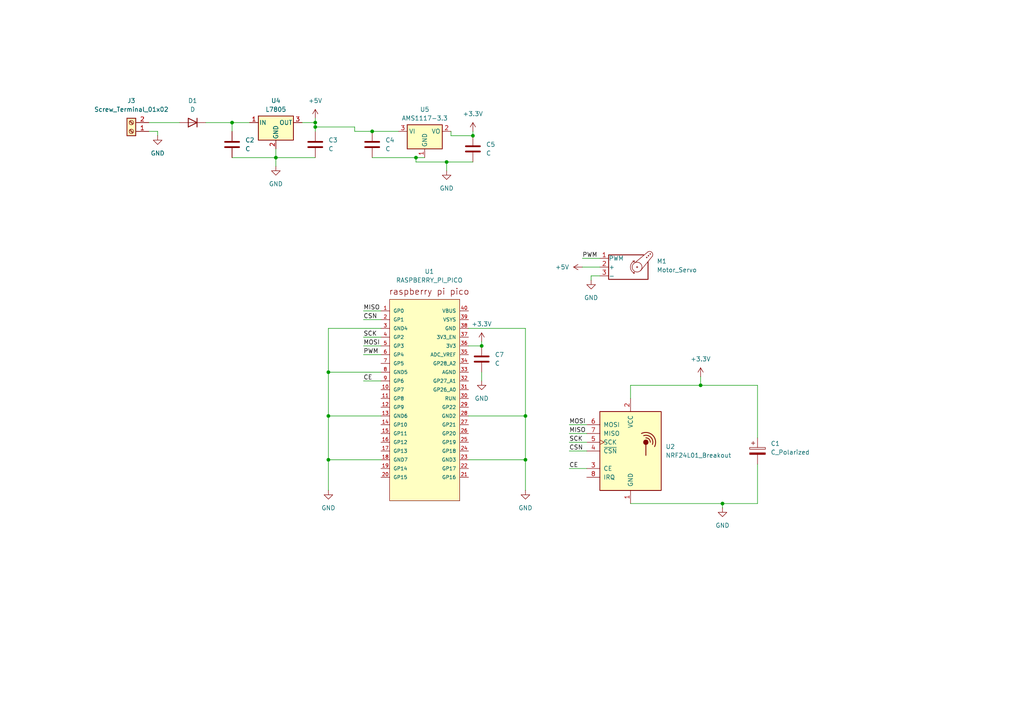
<source format=kicad_sch>
(kicad_sch (version 20231120) (generator "eeschema") (generator_version "8.0")
  (paper "A4")
  (lib_symbols
    (symbol "Connector:Screw_Terminal_01x02" (pin_names (offset 1.016) hide)
      (property "Reference" "J" (at 0 2.54 0))
      (property "Value" "Screw_Terminal_01x02" (at 0 -5.08 0))
      (symbol "Screw_Terminal_01x02_1_1"
        (rectangle (start -1.27 1.27) (end 1.27 -3.81) (stroke (width 0.254)) (fill (type background)))
        (circle (center 0 -2.54) (radius 0.635) (stroke (width 0.1524)))
        (polyline (pts (xy -0.5334 -2.2098) (xy 0.3302 -3.048)) (stroke (width 0.1524)))
        (polyline (pts (xy -0.5334 0.3302) (xy 0.3302 -0.508)) (stroke (width 0.1524)))
        (polyline (pts (xy -0.3556 -2.032) (xy 0.508 -2.8702)) (stroke (width 0.1524)))
        (polyline (pts (xy -0.3556 0.508) (xy 0.508 -0.3302)) (stroke (width 0.1524)))
        (circle (center 0 0) (radius 0.635) (stroke (width 0.1524)))
        (pin passive line (at -5.08 0 0) (length 3.81) (name "Pin_1") (number "1"))
        (pin passive line (at -5.08 -2.54 0) (length 3.81) (name "Pin_2") (number "2"))
      )
    )
    (symbol "Device:C" (pin_numbers hide) (pin_names (offset 0.254))
      (property "Reference" "C" (at 0.635 2.54 0))
      (property "Value" "C" (at 0.635 -2.54 0))
      (symbol "C_0_1"
        (polyline (pts (xy -2.032 -0.762) (xy 2.032 -0.762)) (stroke (width 0.508)))
        (polyline (pts (xy -2.032 0.762) (xy 2.032 0.762)) (stroke (width 0.508)))
      )
      (symbol "C_1_1"
        (pin passive line (at 0 3.81 270) (length 2.794) (name "~") (number "1"))
        (pin passive line (at 0 -3.81 90) (length 2.794) (name "~") (number "2"))
      )
    )
    (symbol "Device:C_Polarized" (pin_numbers hide) (pin_names (offset 0.254))
      (property "Reference" "C" (at 0.635 2.54 0))
      (property "Value" "C_Polarized" (at 0.635 -2.54 0))
      (symbol "C_Polarized_0_1"
        (rectangle (start -2.286 0.508) (end 2.286 1.016))
        (polyline (pts (xy -1.778 2.286) (xy -0.762 2.286)))
        (polyline (pts (xy -1.27 2.794) (xy -1.27 1.778)))
        (rectangle (start 2.286 -0.508) (end -2.286 -1.016) (fill (type outline)))
      )
      (symbol "C_Polarized_1_1"
        (pin passive line (at 0 3.81 270) (length 2.794) (name "~") (number "1"))
        (pin passive line (at 0 -3.81 90) (length 2.794) (name "~") (number "2"))
      )
    )
    (symbol "Device:D" (pin_numbers hide) (pin_names (offset 1.016) hide)
      (property "Reference" "D" (at 0 2.54 0))
      (property "Value" "D" (at 0 -2.54 0))
      (symbol "D_0_1"
        (polyline (pts (xy -1.27 1.27) (xy -1.27 -1.27)) (stroke (width 0.254)))
        (polyline (pts (xy 1.27 0) (xy -1.27 0)))
        (polyline (pts (xy 1.27 1.27) (xy 1.27 -1.27) (xy -1.27 0) (xy 1.27 1.27)) (stroke (width 0.254)))
      )
      (symbol "D_1_1"
        (pin passive line (at -3.81 0 0) (length 2.54) (name "K") (number "1"))
        (pin passive line (at 3.81 0 180) (length 2.54) (name "A") (number "2"))
      )
    )
    (symbol "Motor:Motor_Servo" (pin_names (offset 0.0254))
      (property "Reference" "M" (at -5.08 4.445 0))
      (property "Value" "Motor_Servo" (at -5.08 -4.064 0))
      (symbol "Motor_Servo_0_1"
        (polyline (pts (xy 2.413 -1.778) (xy 2.032 -1.778)))
        (polyline (pts (xy 2.413 -1.778) (xy 2.286 -1.397)))
        (polyline (pts (xy 2.413 1.778) (xy 1.905 1.778)))
        (polyline (pts (xy 2.413 1.778) (xy 2.286 1.397)))
        (polyline (pts (xy 6.35 4.445) (xy 2.54 1.27)))
        (polyline (pts (xy 7.62 3.175) (xy 4.191 -1.016)))
        (polyline (pts (xy 5.08 3.556) (xy -5.08 3.556) (xy -5.08 -3.556) (xy 6.35 -3.556) (xy 6.35 1.524)) (stroke (width 0.254)))
        (arc (start 2.413 1.778) (mid 1.2406 0) (end 2.413 -1.778))
        (circle (center 3.175 0) (radius 0.1778))
        (circle (center 3.175 0) (radius 1.4224))
        (circle (center 5.969 2.794) (radius 0.127))
        (circle (center 6.477 3.302) (radius 0.127))
        (circle (center 6.985 3.81) (radius 0.127))
        (arc (start 7.62 3.175) (mid 7.4485 4.2735) (end 6.35 4.445))
      )
      (symbol "Motor_Servo_1_1"
        (pin passive line (at -7.62 2.54 0) (length 2.54) (name "PWM") (number "1"))
        (pin passive line (at -7.62 0 0) (length 2.54) (name "+") (number "2"))
        (pin passive line (at -7.62 -2.54 0) (length 2.54) (name "-") (number "3"))
      )
    )
    (symbol "RF:NRF24L01_Breakout" (pin_names (offset 1.016))
      (property "Reference" "U" (at -8.89 12.7 0))
      (property "Value" "NRF24L01_Breakout" (at 3.81 12.7 0))
      (symbol "NRF24L01_Breakout_0_1"
        (rectangle (start -8.89 11.43) (end 8.89 -11.43) (stroke (width 0.254)) (fill (type background)))
        (polyline (pts (xy 4.445 1.905) (xy 4.445 -1.27)) (stroke (width 0.254)))
        (circle (center 4.445 2.54) (radius 0.635) (stroke (width 0.254)) (fill (type outline)))
        (arc (start 5.715 2.54) (mid 5.3521 3.4546) (end 4.445 3.81) (stroke (width 0.254)))
        (arc (start 6.35 1.905) (mid 5.8763 3.9854) (end 3.81 4.445) (stroke (width 0.254)))
        (arc (start 6.985 1.27) (mid 6.453 4.548) (end 3.175 5.08) (stroke (width 0.254)))
      )
      (symbol "NRF24L01_Breakout_1_1"
        (pin power_in line (at 0 -15.24 90) (length 3.81) (name "GND") (number "1"))
        (pin power_in line (at 0 15.24 270) (length 3.81) (name "VCC") (number "2"))
        (pin input line (at -12.7 -5.08 0) (length 3.81) (name "CE") (number "3"))
        (pin input line (at -12.7 0 0) (length 3.81) (name "~{CSN}") (number "4"))
        (pin input clock (at -12.7 2.54 0) (length 3.81) (name "SCK") (number "5"))
        (pin input line (at -12.7 7.62 0) (length 3.81) (name "MOSI") (number "6"))
        (pin output line (at -12.7 5.08 0) (length 3.81) (name "MISO") (number "7"))
        (pin output line (at -12.7 -7.62 0) (length 3.81) (name "IRQ") (number "8"))
      )
    )
    (symbol "RaspberryPiPico:RASPBERRY_PI_PICO" (pin_names (offset 1.016))
      (property "Reference" "U" (at 0 0 0))
      (property "Value" "RASPBERRY_PI_PICO" (at 2.794 -32.258 0))
      (symbol "RASPBERRY_PI_PICO_0_0"
        (rectangle (start -7.62 -34.7604) (end 12.7 23.6596) (stroke (width 0.1524)) (fill (type background)))
        (text "raspberry pi pico" (at -7.874 24.892 0) (effects (font (size 1.778 1.778)) (justify left bottom)))
      )
      (symbol "RASPBERRY_PI_PICO_1_0"
        (pin bidirectional line (at -10.16 20.32 0) (length 2.54) (name "GP0") (number "1"))
        (pin bidirectional line (at -10.16 -2.54 0) (length 2.54) (name "GP7") (number "10"))
        (pin bidirectional line (at -10.16 -5.08 0) (length 2.54) (name "GP8") (number "11"))
        (pin bidirectional line (at -10.16 -7.62 0) (length 2.54) (name "GP9") (number "12"))
        (pin bidirectional line (at -10.16 -10.16 0) (length 2.54) (name "GND6") (number "13"))
        (pin bidirectional line (at -10.16 -12.7 0) (length 2.54) (name "GP10") (number "14"))
        (pin bidirectional line (at -10.16 -15.24 0) (length 2.54) (name "GP11") (number "15"))
        (pin bidirectional line (at -10.16 -17.78 0) (length 2.54) (name "GP12") (number "16"))
        (pin bidirectional line (at -10.16 -20.32 0) (length 2.54) (name "GP13") (number "17"))
        (pin bidirectional line (at -10.16 -22.86 0) (length 2.54) (name "GND7") (number "18"))
        (pin bidirectional line (at -10.16 -25.4 0) (length 2.54) (name "GP14") (number "19"))
        (pin bidirectional line (at -10.16 17.78 0) (length 2.54) (name "GP1") (number "2"))
        (pin bidirectional line (at -10.16 -27.94 0) (length 2.54) (name "GP15") (number "20"))
        (pin bidirectional line (at 15.24 -27.94 180) (length 2.54) (name "GP16") (number "21"))
        (pin bidirectional line (at 15.24 -25.4 180) (length 2.54) (name "GP17") (number "22"))
        (pin bidirectional line (at 15.24 -22.86 180) (length 2.54) (name "GND3") (number "23"))
        (pin bidirectional line (at 15.24 -20.32 180) (length 2.54) (name "GP18") (number "24"))
        (pin bidirectional line (at 15.24 -17.78 180) (length 2.54) (name "GP19") (number "25"))
        (pin bidirectional line (at 15.24 -15.24 180) (length 2.54) (name "GP20") (number "26"))
        (pin bidirectional line (at 15.24 -12.7 180) (length 2.54) (name "GP21") (number "27"))
        (pin bidirectional line (at 15.24 -10.16 180) (length 2.54) (name "GND2") (number "28"))
        (pin bidirectional line (at 15.24 -7.62 180) (length 2.54) (name "GP22") (number "29"))
        (pin bidirectional line (at -10.16 15.24 0) (length 2.54) (name "GND4") (number "3"))
        (pin bidirectional line (at 15.24 -5.08 180) (length 2.54) (name "RUN") (number "30"))
        (pin bidirectional line (at 15.24 -2.54 180) (length 2.54) (name "GP26_A0") (number "31"))
        (pin bidirectional line (at 15.24 0 180) (length 2.54) (name "GP27_A1") (number "32"))
        (pin bidirectional line (at 15.24 2.54 180) (length 2.54) (name "AGND") (number "33"))
        (pin bidirectional line (at 15.24 5.08 180) (length 2.54) (name "GP28_A2") (number "34"))
        (pin bidirectional line (at 15.24 7.62 180) (length 2.54) (name "ADC_VREF") (number "35"))
        (pin bidirectional line (at 15.24 10.16 180) (length 2.54) (name "3V3") (number "36"))
        (pin bidirectional line (at 15.24 12.7 180) (length 2.54) (name "3V3_EN") (number "37"))
        (pin bidirectional line (at 15.24 15.24 180) (length 2.54) (name "GND") (number "38"))
        (pin bidirectional line (at 15.24 17.78 180) (length 2.54) (name "VSYS") (number "39"))
        (pin bidirectional line (at -10.16 12.7 0) (length 2.54) (name "GP2") (number "4"))
        (pin bidirectional line (at 15.24 20.32 180) (length 2.54) (name "VBUS") (number "40"))
        (pin bidirectional line (at -10.16 10.16 0) (length 2.54) (name "GP3") (number "5"))
        (pin bidirectional line (at -10.16 7.62 0) (length 2.54) (name "GP4") (number "6"))
        (pin bidirectional line (at -10.16 5.08 0) (length 2.54) (name "GP5") (number "7"))
        (pin bidirectional line (at -10.16 2.54 0) (length 2.54) (name "GND5") (number "8"))
        (pin bidirectional line (at -10.16 0 0) (length 2.54) (name "GP6") (number "9"))
      )
    )
    (symbol "Regulator_Linear:AMS1117-3.3"
      (property "Reference" "U" (at -3.81 3.175 0))
      (property "Value" "AMS1117-3.3" (at 0 3.175 0))
      (symbol "AMS1117-3.3_0_1"
        (rectangle (start -5.08 -5.08) (end 5.08 1.905) (stroke (width 0.254)) (fill (type background)))
      )
      (symbol "AMS1117-3.3_1_1"
        (pin power_in line (at 0 -7.62 90) (length 2.54) (name "GND") (number "1"))
        (pin power_out line (at 7.62 0 180) (length 2.54) (name "VO") (number "2"))
        (pin power_in line (at -7.62 0 0) (length 2.54) (name "VI") (number "3"))
      )
    )
    (symbol "Regulator_Linear:L7805" (pin_names (offset 0.254))
      (property "Reference" "U" (at -3.81 3.175 0))
      (property "Value" "L7805" (at 0 3.175 0))
      (symbol "L7805_0_1"
        (rectangle (start -5.08 1.905) (end 5.08 -5.08) (stroke (width 0.254)) (fill (type background)))
      )
      (symbol "L7805_1_1"
        (pin power_in line (at -7.62 0 0) (length 2.54) (name "IN") (number "1"))
        (pin power_in line (at 0 -7.62 90) (length 2.54) (name "GND") (number "2"))
        (pin power_out line (at 7.62 0 180) (length 2.54) (name "OUT") (number "3"))
      )
    )
    (symbol "power:+3.3V" (power) (pin_numbers hide) (pin_names (offset 0) hide)
      (property "Value" "+3.3V" (at 0 3.556 0))
      (symbol "+3.3V_0_1"
        (polyline (pts (xy -0.762 1.27) (xy 0 2.54)))
        (polyline (pts (xy 0 0) (xy 0 2.54)))
        (polyline (pts (xy 0 2.54) (xy 0.762 1.27)))
      )
      (symbol "+3.3V_1_1"
        (pin power_in line (at 0 0 90) (length 0) (name "~") (number "1"))
      )
    )
    (symbol "power:+5V" (power) (pin_numbers hide) (pin_names (offset 0) hide)
      (property "Value" "+5V" (at 0 3.556 0))
      (symbol "+5V_0_1"
        (polyline (pts (xy -0.762 1.27) (xy 0 2.54)))
        (polyline (pts (xy 0 0) (xy 0 2.54)))
        (polyline (pts (xy 0 2.54) (xy 0.762 1.27)))
      )
      (symbol "+5V_1_1"
        (pin power_in line (at 0 0 90) (length 0) (name "~") (number "1"))
      )
    )
    (symbol "power:GND" (power) (pin_numbers hide) (pin_names (offset 0) hide)
      (property "Value" "GND" (at 0 -3.81 0))
      (symbol "GND_0_1"
        (polyline (pts (xy 0 0) (xy 0 -1.27) (xy 1.27 -1.27) (xy 0 -2.54) (xy -1.27 -1.27) (xy 0 -1.27)))
      )
      (symbol "GND_1_1"
        (pin power_in line (at 0 0 270) (length 0) (name "~") (number "1"))
      )
    )
  )
  (junction (at 80.01 45.72))
  (junction (at 139.7 100.33))
  (junction (at 209.55 146.05))
  (junction (at 152.4 133.35))
  (junction (at 120.65 45.72))
  (junction (at 91.44 35.56))
  (junction (at 152.4 120.65))
  (junction (at 95.25 107.95))
  (junction (at 67.31 35.56))
  (junction (at 203.2 111.76))
  (junction (at 95.25 120.65))
  (junction (at 95.25 133.35))
  (junction (at 129.54 46.99))
  (junction (at 137.16 39.37))
  (junction (at 107.95 38.1))
  (junction (at 91.44 36.83))
  (wire (pts (xy 67.31 35.56) (xy 72.39 35.56)))
  (wire (pts (xy 107.95 45.72) (xy 120.65 45.72)))
  (wire (pts (xy 105.41 92.71) (xy 110.49 92.71)))
  (wire (pts (xy 171.45 81.28) (xy 171.45 80.01)))
  (wire (pts (xy 219.71 146.05) (xy 219.71 134.62)))
  (wire (pts (xy 95.25 120.65) (xy 110.49 120.65)))
  (wire (pts (xy 95.25 142.24) (xy 95.25 133.35)))
  (wire (pts (xy 95.25 120.65) (xy 95.25 107.95)))
  (wire (pts (xy 137.16 38.1) (xy 137.16 39.37)))
  (wire (pts (xy 80.01 43.18) (xy 80.01 45.72)))
  (wire (pts (xy 130.81 39.37) (xy 130.81 38.1)))
  (wire (pts (xy 135.89 120.65) (xy 152.4 120.65)))
  (wire (pts (xy 95.25 107.95) (xy 110.49 107.95)))
  (wire (pts (xy 95.25 133.35) (xy 110.49 133.35)))
  (wire (pts (xy 165.1 123.19) (xy 170.18 123.19)))
  (wire (pts (xy 203.2 109.22) (xy 203.2 111.76)))
  (wire (pts (xy 67.31 45.72) (xy 80.01 45.72)))
  (wire (pts (xy 152.4 95.25) (xy 135.89 95.25)))
  (wire (pts (xy 139.7 100.33) (xy 135.89 100.33)))
  (wire (pts (xy 137.16 39.37) (xy 130.81 39.37)))
  (wire (pts (xy 209.55 146.05) (xy 219.71 146.05)))
  (wire (pts (xy 45.72 39.37) (xy 45.72 38.1)))
  (wire (pts (xy 139.7 99.06) (xy 139.7 100.33)))
  (wire (pts (xy 91.44 36.83) (xy 91.44 35.56)))
  (wire (pts (xy 165.1 130.81) (xy 170.18 130.81)))
  (wire (pts (xy 139.7 107.95) (xy 139.7 110.49)))
  (wire (pts (xy 120.65 45.72) (xy 123.19 45.72)))
  (wire (pts (xy 152.4 95.25) (xy 152.4 120.65)))
  (wire (pts (xy 67.31 35.56) (xy 67.31 38.1)))
  (wire (pts (xy 129.54 46.99) (xy 120.65 46.99)))
  (wire (pts (xy 135.89 133.35) (xy 152.4 133.35)))
  (wire (pts (xy 165.1 128.27) (xy 170.18 128.27)))
  (wire (pts (xy 59.69 35.56) (xy 67.31 35.56)))
  (wire (pts (xy 129.54 46.99) (xy 129.54 49.53)))
  (wire (pts (xy 105.41 102.87) (xy 110.49 102.87)))
  (wire (pts (xy 80.01 45.72) (xy 91.44 45.72)))
  (wire (pts (xy 203.2 111.76) (xy 182.88 111.76)))
  (wire (pts (xy 102.87 38.1) (xy 107.95 38.1)))
  (wire (pts (xy 182.88 146.05) (xy 209.55 146.05)))
  (wire (pts (xy 165.1 125.73) (xy 170.18 125.73)))
  (wire (pts (xy 168.91 74.93) (xy 173.99 74.93)))
  (wire (pts (xy 91.44 35.56) (xy 87.63 35.56)))
  (wire (pts (xy 105.41 97.79) (xy 110.49 97.79)))
  (wire (pts (xy 80.01 48.26) (xy 80.01 45.72)))
  (wire (pts (xy 105.41 90.17) (xy 110.49 90.17)))
  (wire (pts (xy 91.44 34.29) (xy 91.44 35.56)))
  (wire (pts (xy 91.44 36.83) (xy 102.87 36.83)))
  (wire (pts (xy 105.41 110.49) (xy 110.49 110.49)))
  (wire (pts (xy 137.16 46.99) (xy 129.54 46.99)))
  (wire (pts (xy 95.25 107.95) (xy 95.25 95.25)))
  (wire (pts (xy 219.71 111.76) (xy 203.2 111.76)))
  (wire (pts (xy 43.18 35.56) (xy 52.07 35.56)))
  (wire (pts (xy 168.91 77.47) (xy 173.99 77.47)))
  (wire (pts (xy 45.72 38.1) (xy 43.18 38.1)))
  (wire (pts (xy 171.45 80.01) (xy 173.99 80.01)))
  (wire (pts (xy 105.41 100.33) (xy 110.49 100.33)))
  (wire (pts (xy 182.88 111.76) (xy 182.88 115.57)))
  (wire (pts (xy 95.25 95.25) (xy 110.49 95.25)))
  (wire (pts (xy 152.4 133.35) (xy 152.4 142.24)))
  (wire (pts (xy 95.25 133.35) (xy 95.25 120.65)))
  (wire (pts (xy 107.95 38.1) (xy 115.57 38.1)))
  (wire (pts (xy 152.4 120.65) (xy 152.4 133.35)))
  (wire (pts (xy 120.65 46.99) (xy 120.65 45.72)))
  (wire (pts (xy 165.1 135.89) (xy 170.18 135.89)))
  (wire (pts (xy 209.55 146.05) (xy 209.55 147.32)))
  (wire (pts (xy 102.87 36.83) (xy 102.87 38.1)))
  (wire (pts (xy 91.44 38.1) (xy 91.44 36.83)))
  (wire (pts (xy 219.71 127) (xy 219.71 111.76)))
  (label "PWM" (at 105.41 102.87 0))
  (label "PWM" (at 168.91 74.93 0))
  (label "SCK" (at 105.41 97.79 0))
  (label "MISO" (at 165.1 125.73 0))
  (label "MISO" (at 105.41 90.17 0))
  (label "SCK" (at 165.1 128.27 0))
  (label "CE" (at 105.41 110.49 0))
  (label "MOSI" (at 105.41 100.33 0))
  (label "MOSI" (at 165.1 123.19 0))
  (label "CSN" (at 105.41 92.71 0))
  (label "CSN" (at 165.1 130.81 0))
  (label "CE" (at 165.1 135.89 0))
  (symbol (lib_id "power:GND") (at 45.72 39.37 0) (unit 1)
    (property "Reference" "#PWR3" (effects (hide yes)))
    (property "Value" "GND" (at 45.72 44.45 0))
    (property "Description" "Power symbol creates a global label with name \"GND\" , ground" (effects (hide yes)))
  )
  (symbol (lib_id "Regulator_Linear:AMS1117-3.3") (at 123.19 38.1 0) (unit 1)
    (property "Reference" "U5" (at 123.19 31.75 0))
    (property "Value" "AMS1117-3.3" (at 123.19 34.29 0))
    (property "Footprint" "Package_TO_SOT_SMD:SOT-223-3_TabPin2" (effects (hide yes)))
    (property "Datasheet" "http://www.advanced-monolithic.com/pdf/ds1117.pdf" (effects (hide yes)))
    (property "Description" "1A Low Dropout regulator, positive, 3.3V fixed output, SOT-223" (effects (hide yes)))
  )
  (symbol (lib_id "power:GND") (at 139.7 110.49 0) (unit 1)
    (property "Reference" "#PWR13" (effects (hide yes)))
    (property "Value" "GND" (at 139.7 115.57 0))
    (property "Description" "Power symbol creates a global label with name \"GND\" , ground" (effects (hide yes)))
  )
  (symbol (lib_id "Device:D") (at 55.88 35.56 180) (unit 1)
    (property "Reference" "D1" (at 55.88 29.21 0))
    (property "Value" "D" (at 55.88 31.75 0))
    (property "Footprint" "Diode_SMD:D_SMA_Handsoldering" (effects (hide yes)))
    (property "Description" "Diode" (effects (hide yes)))
    (property "Sim.Device" "D" (effects (hide yes)))
    (property "Sim.Pins" "1=K 2=A" (effects (hide yes)))
  )
  (symbol (lib_id "Motor:Motor_Servo") (at 181.61 77.47 0) (unit 1)
    (property "Reference" "M1" (at 190.5 75.7665 0) (effects (justify left)))
    (property "Value" "Motor_Servo" (at 190.5 78.3065 0) (effects (justify left)))
    (property "Footprint" "Connector_PinHeader_2.54mm:PinHeader_1x03_P2.54mm_Vertical" (effects (hide yes)))
    (property "Datasheet" "http://forums.parallax.com/uploads/attachments/46831/74481.png" (effects (hide yes)))
    (property "Description" "Servo Motor (Futaba, HiTec, JR connector)" (effects (hide yes)))
  )
  (symbol (lib_id "RaspberryPiPico:RASPBERRY_PI_PICO") (at 120.65 110.49 0) (unit 1)
    (property "Reference" "U1" (at 124.5312 78.74 0))
    (property "Value" "RASPBERRY_PI_PICO" (at 124.5312 81.28 0))
    (property "Footprint" "Module:RaspberryPi_Pico_Common_THT" (effects (hide yes)))
    (property "MF" "Raspberry Pi" (effects (hide yes)))
    (property "Package" "None" (effects (hide yes)))
    (property "Price" "None" (effects (hide yes)))
    (property "MP" "RASPBERRY PI PICO" (effects (hide yes)))
    (property "Availability" "Not in stock" (effects (hide yes)))
  )
  (symbol (lib_id "power:+5V") (at 168.91 77.47 90) (unit 1)
    (property "Reference" "#PWR14" (effects (hide yes)))
    (property "Value" "+5V" (at 165.1 77.4699 90) (effects (justify left)))
    (property "Description" "Power symbol creates a global label with name \"+5V\"" (effects (hide yes)))
  )
  (symbol (lib_id "RF:NRF24L01_Breakout") (at 182.88 130.81 0) (unit 1)
    (property "Reference" "U2" (at 193.04 129.5399 0) (effects (justify left)))
    (property "Value" "NRF24L01_Breakout" (at 193.04 132.0799 0) (effects (justify left)))
    (property "Footprint" "RF_Module:nRF24L01_Breakout" (effects (hide yes)))
    (property "Datasheet" "http://www.nordicsemi.com/eng/content/download/2730/34105/file/nRF24L01_Product_Specification_v2_0.pdf" (effects (hide yes)))
    (property "Description" "Ultra low power 2.4GHz RF Transceiver, Carrier PCB" (effects (hide yes)))
  )
  (symbol (lib_id "power:+3.3V") (at 203.2 109.22 0) (unit 1)
    (property "Reference" "#PWR8" (effects (hide yes)))
    (property "Value" "+3.3V" (at 203.2 104.14 0))
    (property "Description" "Power symbol creates a global label with name \"+3.3V\"" (effects (hide yes)))
  )
  (symbol (lib_id "power:+3.3V") (at 139.7 99.06 0) (unit 1)
    (property "Reference" "#PWR9" (effects (hide yes)))
    (property "Value" "+3.3V" (at 139.7 93.98 0))
    (property "Description" "Power symbol creates a global label with name \"+3.3V\"" (effects (hide yes)))
  )
  (symbol (lib_id "Device:C") (at 91.44 41.91 0) (unit 1)
    (property "Reference" "C3" (at 95.25 40.6399 0) (effects (justify left)))
    (property "Value" "C" (at 95.25 43.1799 0) (effects (justify left)))
    (property "Footprint" "Capacitor_SMD:C_1206_3216Metric_Pad1.33x1.80mm_HandSolder" (effects (hide yes)))
    (property "Description" "Unpolarized capacitor" (effects (hide yes)))
  )
  (symbol (lib_id "power:GND") (at 152.4 142.24 0) (unit 1)
    (property "Reference" "#PWR11" (effects (hide yes)))
    (property "Value" "GND" (at 152.4 147.32 0))
    (property "Description" "Power symbol creates a global label with name \"GND\" , ground" (effects (hide yes)))
  )
  (symbol (lib_id "Device:C_Polarized") (at 219.71 130.81 0) (unit 1)
    (property "Reference" "C1" (at 223.52 128.6509 0) (effects (justify left)))
    (property "Value" "C_Polarized" (at 223.52 131.1909 0) (effects (justify left)))
    (property "Footprint" "Capacitor_THT:CP_Radial_D6.3mm_P2.50mm" (effects (hide yes)))
    (property "Description" "Polarized capacitor" (effects (hide yes)))
  )
  (symbol (lib_id "Device:C") (at 67.31 41.91 0) (unit 1)
    (property "Reference" "C2" (at 71.12 40.6399 0) (effects (justify left)))
    (property "Value" "C" (at 71.12 43.1799 0) (effects (justify left)))
    (property "Footprint" "Capacitor_SMD:C_1206_3216Metric_Pad1.33x1.80mm_HandSolder" (effects (hide yes)))
    (property "Description" "Unpolarized capacitor" (effects (hide yes)))
  )
  (symbol (lib_id "Regulator_Linear:L7805") (at 80.01 35.56 0) (unit 1)
    (property "Reference" "U4" (at 80.01 29.21 0))
    (property "Value" "L7805" (at 80.01 31.75 0))
    (property "Footprint" "Package_TO_SOT_THT:TO-220-3_Vertical" (effects (hide yes)))
    (property "Datasheet" "http://www.st.com/content/ccc/resource/technical/document/datasheet/41/4f/b3/b0/12/d4/47/88/CD00000444.pdf/files/CD00000444.pdf/jcr:content/translations/en.CD00000444.pdf" (effects (hide yes)))
    (property "Description" "Positive 1.5A 35V Linear Regulator, Fixed Output 5V, TO-220/TO-263/TO-252" (effects (hide yes)))
  )
  (symbol (lib_id "Device:C") (at 107.95 41.91 0) (unit 1)
    (property "Reference" "C4" (at 111.76 40.6399 0) (effects (justify left)))
    (property "Value" "C" (at 111.76 43.1799 0) (effects (justify left)))
    (property "Footprint" "Capacitor_SMD:C_1206_3216Metric_Pad1.33x1.80mm_HandSolder" (effects (hide yes)))
    (property "Description" "Unpolarized capacitor" (effects (hide yes)))
  )
  (symbol (lib_id "power:GND") (at 171.45 81.28 0) (unit 1)
    (property "Reference" "#PWR15" (effects (hide yes)))
    (property "Value" "GND" (at 171.45 86.36 0))
    (property "Description" "Power symbol creates a global label with name \"GND\" , ground" (effects (hide yes)))
  )
  (symbol (lib_id "Connector:Screw_Terminal_01x02") (at 38.1 38.1 180) (unit 1)
    (property "Reference" "J3" (at 38.1 29.21 0))
    (property "Value" "Screw_Terminal_01x02" (at 38.1 31.75 0))
    (property "Footprint" "TerminalBlock:TerminalBlock_Altech_AK300-2_P5.00mm" (effects (hide yes)))
    (property "Description" "Generic screw terminal, single row, 01x02, script generated (kicad-library-utils/schlib/autogen/connector/)" (effects (hide yes)))
  )
  (symbol (lib_id "power:+3.3V") (at 137.16 38.1 0) (unit 1)
    (property "Reference" "#PWR7" (effects (hide yes)))
    (property "Value" "+3.3V" (at 137.16 33.02 0))
    (property "Description" "Power symbol creates a global label with name \"+3.3V\"" (effects (hide yes)))
  )
  (symbol (lib_id "power:GND") (at 209.55 147.32 0) (unit 1)
    (property "Reference" "#PWR2" (effects (hide yes)))
    (property "Value" "GND" (at 209.55 152.4 0))
    (property "Description" "Power symbol creates a global label with name \"GND\" , ground" (effects (hide yes)))
  )
  (symbol (lib_id "power:+5V") (at 91.44 34.29 0) (unit 1)
    (property "Reference" "#PWR5" (effects (hide yes)))
    (property "Value" "+5V" (at 91.44 29.21 0))
    (property "Description" "Power symbol creates a global label with name \"+5V\"" (effects (hide yes)))
  )
  (symbol (lib_id "power:GND") (at 129.54 49.53 0) (unit 1)
    (property "Reference" "#PWR6" (effects (hide yes)))
    (property "Value" "GND" (at 129.54 54.61 0))
    (property "Description" "Power symbol creates a global label with name \"GND\" , ground" (effects (hide yes)))
  )
  (symbol (lib_id "Device:C") (at 137.16 43.18 0) (unit 1)
    (property "Reference" "C5" (at 140.97 41.9099 0) (effects (justify left)))
    (property "Value" "C" (at 140.97 44.4499 0) (effects (justify left)))
    (property "Footprint" "Capacitor_SMD:C_1206_3216Metric_Pad1.33x1.80mm_HandSolder" (effects (hide yes)))
    (property "Description" "Unpolarized capacitor" (effects (hide yes)))
  )
  (symbol (lib_id "power:GND") (at 95.25 142.24 0) (unit 1)
    (property "Reference" "#PWR1" (effects (hide yes)))
    (property "Value" "GND" (at 95.25 147.32 0))
    (property "Description" "Power symbol creates a global label with name \"GND\" , ground" (effects (hide yes)))
  )
  (symbol (lib_id "power:GND") (at 80.01 48.26 0) (unit 1)
    (property "Reference" "#PWR4" (effects (hide yes)))
    (property "Value" "GND" (at 80.01 53.34 0))
    (property "Description" "Power symbol creates a global label with name \"GND\" , ground" (effects (hide yes)))
  )
  (symbol (lib_id "Device:C") (at 139.7 104.14 0) (unit 1)
    (property "Reference" "C7" (at 143.51 102.8699 0) (effects (justify left)))
    (property "Value" "C" (at 143.51 105.4099 0) (effects (justify left)))
    (property "Footprint" "Capacitor_SMD:C_1206_3216Metric_Pad1.33x1.80mm_HandSolder" (effects (hide yes)))
    (property "Description" "Unpolarized capacitor" (effects (hide yes)))
  )
)
</source>
